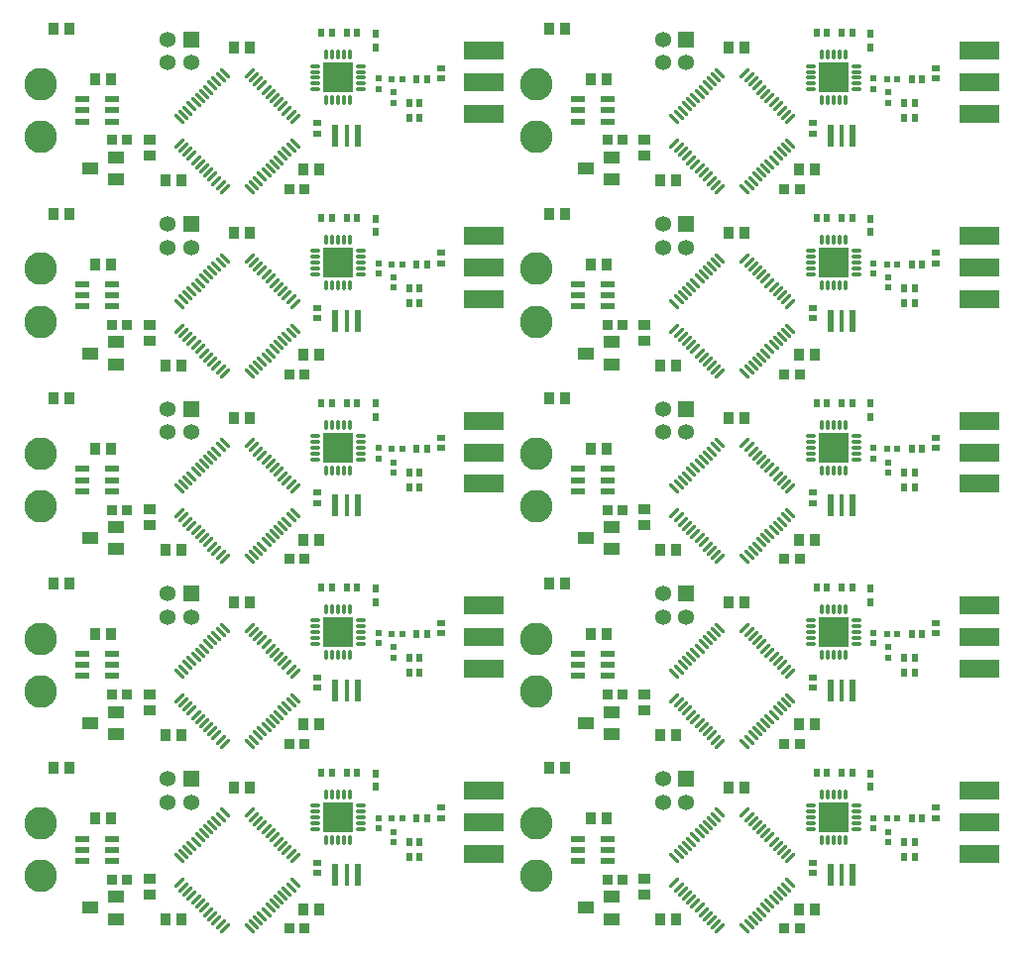
<source format=gts>
G04*
G04 #@! TF.GenerationSoftware,Altium Limited,Altium Designer,22.10.1 (41)*
G04*
G04 Layer_Color=9720587*
%FSTAX24Y24*%
%MOIN*%
G70*
G04*
G04 #@! TF.SameCoordinates,C4D65E7B-EEE1-4A75-A0B3-CD900F305789*
G04*
G04*
G04 #@! TF.FilePolarity,Negative*
G04*
G01*
G75*
%ADD10R,0.0252X0.0236*%
%ADD11R,0.0236X0.0252*%
%ADD12R,0.0197X0.0236*%
%ADD13R,0.0236X0.0197*%
%ADD14R,0.0236X0.0295*%
%ADD15R,0.0354X0.0394*%
%ADD16R,0.1024X0.1024*%
G04:AMPARAMS|DCode=17|XSize=31.9mil|YSize=10.2mil|CornerRadius=1.3mil|HoleSize=0mil|Usage=FLASHONLY|Rotation=0.000|XOffset=0mil|YOffset=0mil|HoleType=Round|Shape=RoundedRectangle|*
%AMROUNDEDRECTD17*
21,1,0.0319,0.0077,0,0,0.0*
21,1,0.0293,0.0102,0,0,0.0*
1,1,0.0026,0.0147,-0.0038*
1,1,0.0026,-0.0147,-0.0038*
1,1,0.0026,-0.0147,0.0038*
1,1,0.0026,0.0147,0.0038*
%
%ADD17ROUNDEDRECTD17*%
G04:AMPARAMS|DCode=18|XSize=31.9mil|YSize=10.2mil|CornerRadius=1.3mil|HoleSize=0mil|Usage=FLASHONLY|Rotation=90.000|XOffset=0mil|YOffset=0mil|HoleType=Round|Shape=RoundedRectangle|*
%AMROUNDEDRECTD18*
21,1,0.0319,0.0077,0,0,90.0*
21,1,0.0293,0.0102,0,0,90.0*
1,1,0.0026,0.0038,0.0147*
1,1,0.0026,0.0038,-0.0147*
1,1,0.0026,-0.0038,-0.0147*
1,1,0.0026,-0.0038,0.0147*
%
%ADD18ROUNDEDRECTD18*%
G04:AMPARAMS|DCode=19|XSize=11.8mil|YSize=47.2mil|CornerRadius=0mil|HoleSize=0mil|Usage=FLASHONLY|Rotation=225.000|XOffset=0mil|YOffset=0mil|HoleType=Round|Shape=Round|*
%AMOVALD19*
21,1,0.0354,0.0118,0.0000,0.0000,315.0*
1,1,0.0118,-0.0125,0.0125*
1,1,0.0118,0.0125,-0.0125*
%
%ADD19OVALD19*%

G04:AMPARAMS|DCode=20|XSize=11.8mil|YSize=47.2mil|CornerRadius=0mil|HoleSize=0mil|Usage=FLASHONLY|Rotation=135.000|XOffset=0mil|YOffset=0mil|HoleType=Round|Shape=Round|*
%AMOVALD20*
21,1,0.0354,0.0118,0.0000,0.0000,225.0*
1,1,0.0118,0.0125,0.0125*
1,1,0.0118,-0.0125,-0.0125*
%
%ADD20OVALD20*%

%ADD21R,0.0394X0.0354*%
%ADD22R,0.0236X0.0748*%
%ADD23R,0.0157X0.0748*%
%ADD24R,0.1378X0.0591*%
%ADD25R,0.0335X0.0374*%
%ADD26R,0.0551X0.0394*%
G04:AMPARAMS|DCode=27|XSize=47.6mil|YSize=23.2mil|CornerRadius=2.9mil|HoleSize=0mil|Usage=FLASHONLY|Rotation=0.000|XOffset=0mil|YOffset=0mil|HoleType=Round|Shape=RoundedRectangle|*
%AMROUNDEDRECTD27*
21,1,0.0476,0.0174,0,0,0.0*
21,1,0.0418,0.0232,0,0,0.0*
1,1,0.0058,0.0209,-0.0087*
1,1,0.0058,-0.0209,-0.0087*
1,1,0.0058,-0.0209,0.0087*
1,1,0.0058,0.0209,0.0087*
%
%ADD27ROUNDEDRECTD27*%
%ADD42C,0.1102*%
%ADD43R,0.0535X0.0535*%
%ADD44C,0.0535*%
D10*
X036723Y020018D02*
D03*
Y020365D02*
D03*
X032573Y018168D02*
D03*
Y018515D02*
D03*
X053376Y020018D02*
D03*
Y020365D02*
D03*
X049226Y018168D02*
D03*
Y018515D02*
D03*
X036723Y026239D02*
D03*
Y026585D02*
D03*
X032573Y024389D02*
D03*
Y024735D02*
D03*
X053376Y026239D02*
D03*
Y026585D02*
D03*
X049226Y024389D02*
D03*
Y024735D02*
D03*
X036723Y032459D02*
D03*
Y032805D02*
D03*
X032573Y030609D02*
D03*
Y030955D02*
D03*
X053376Y032459D02*
D03*
Y032805D02*
D03*
X049226Y030609D02*
D03*
Y030955D02*
D03*
X036723Y03868D02*
D03*
Y039026D02*
D03*
X032573Y03683D02*
D03*
Y037176D02*
D03*
X053376Y03868D02*
D03*
Y039026D02*
D03*
X049226Y03683D02*
D03*
Y037176D02*
D03*
X036723Y0449D02*
D03*
Y045246D02*
D03*
X032573Y04305D02*
D03*
Y043396D02*
D03*
X053376Y0449D02*
D03*
Y045246D02*
D03*
X049226Y04305D02*
D03*
Y043396D02*
D03*
D11*
X036246Y019991D02*
D03*
X0359D02*
D03*
X035996Y019191D02*
D03*
X03565D02*
D03*
X035996Y018691D02*
D03*
X03565D02*
D03*
X033896Y021541D02*
D03*
X03355D02*
D03*
X0327D02*
D03*
X033046D02*
D03*
X0529Y019991D02*
D03*
X052553D02*
D03*
X05265Y019191D02*
D03*
X052303D02*
D03*
X05265Y018691D02*
D03*
X052303D02*
D03*
X05055Y021541D02*
D03*
X050203D02*
D03*
X049353D02*
D03*
X0497D02*
D03*
X036246Y026212D02*
D03*
X0359D02*
D03*
X035996Y025412D02*
D03*
X03565D02*
D03*
X035996Y024912D02*
D03*
X03565D02*
D03*
X033896Y027762D02*
D03*
X03355D02*
D03*
X0327D02*
D03*
X033046D02*
D03*
X0529Y026212D02*
D03*
X052553D02*
D03*
X05265Y025412D02*
D03*
X052303D02*
D03*
X05265Y024912D02*
D03*
X052303D02*
D03*
X05055Y027762D02*
D03*
X050203D02*
D03*
X049353D02*
D03*
X0497D02*
D03*
X036246Y032432D02*
D03*
X0359D02*
D03*
X035996Y031632D02*
D03*
X03565D02*
D03*
X035996Y031132D02*
D03*
X03565D02*
D03*
X033896Y033982D02*
D03*
X03355D02*
D03*
X0327D02*
D03*
X033046D02*
D03*
X0529Y032432D02*
D03*
X052553D02*
D03*
X05265Y031632D02*
D03*
X052303D02*
D03*
X05265Y031132D02*
D03*
X052303D02*
D03*
X05055Y033982D02*
D03*
X050203D02*
D03*
X049353D02*
D03*
X0497D02*
D03*
X036246Y038653D02*
D03*
X0359D02*
D03*
X035996Y037853D02*
D03*
X03565D02*
D03*
X035996Y037353D02*
D03*
X03565D02*
D03*
X033896Y040203D02*
D03*
X03355D02*
D03*
X0327D02*
D03*
X033046D02*
D03*
X0529Y038653D02*
D03*
X052553D02*
D03*
X05265Y037853D02*
D03*
X052303D02*
D03*
X05265Y037353D02*
D03*
X052303D02*
D03*
X05055Y040203D02*
D03*
X050203D02*
D03*
X049353D02*
D03*
X0497D02*
D03*
X036246Y044873D02*
D03*
X0359D02*
D03*
X035996Y044073D02*
D03*
X03565D02*
D03*
X035996Y043573D02*
D03*
X03565D02*
D03*
X033896Y046423D02*
D03*
X03355D02*
D03*
X0327D02*
D03*
X033046D02*
D03*
X0529Y044873D02*
D03*
X052553D02*
D03*
X05265Y044073D02*
D03*
X052303D02*
D03*
X05265Y043573D02*
D03*
X052303D02*
D03*
X05055Y046423D02*
D03*
X050203D02*
D03*
X049353D02*
D03*
X0497D02*
D03*
D12*
X035419Y019991D02*
D03*
X035073D02*
D03*
X052073D02*
D03*
X051726D02*
D03*
X035419Y026212D02*
D03*
X035073D02*
D03*
X052073D02*
D03*
X051726D02*
D03*
X035419Y032432D02*
D03*
X035073D02*
D03*
X052073D02*
D03*
X051726D02*
D03*
X035419Y038653D02*
D03*
X035073D02*
D03*
X052073D02*
D03*
X051726D02*
D03*
X035419Y044873D02*
D03*
X035073D02*
D03*
X052073D02*
D03*
X051726D02*
D03*
D13*
X034623Y020015D02*
D03*
Y019668D02*
D03*
X035123Y019541D02*
D03*
Y019195D02*
D03*
X051276Y020015D02*
D03*
Y019668D02*
D03*
X051776Y019541D02*
D03*
Y019195D02*
D03*
X034623Y026235D02*
D03*
Y025889D02*
D03*
X035123Y025762D02*
D03*
Y025415D02*
D03*
X051276Y026235D02*
D03*
Y025889D02*
D03*
X051776Y025762D02*
D03*
Y025415D02*
D03*
X034623Y032455D02*
D03*
Y032109D02*
D03*
X035123Y031982D02*
D03*
Y031636D02*
D03*
X051276Y032455D02*
D03*
Y032109D02*
D03*
X051776Y031982D02*
D03*
Y031636D02*
D03*
X034623Y038676D02*
D03*
Y03833D02*
D03*
X035123Y038203D02*
D03*
Y037856D02*
D03*
X051276Y038676D02*
D03*
Y03833D02*
D03*
X051776Y038203D02*
D03*
Y037856D02*
D03*
X034623Y044896D02*
D03*
Y04455D02*
D03*
X035123Y044423D02*
D03*
Y044077D02*
D03*
X051276Y044896D02*
D03*
Y04455D02*
D03*
X051776Y044423D02*
D03*
Y044077D02*
D03*
D14*
X034523Y021065D02*
D03*
Y021518D02*
D03*
X051176Y021065D02*
D03*
Y021518D02*
D03*
X034523Y027285D02*
D03*
Y027738D02*
D03*
X051176Y027285D02*
D03*
Y027738D02*
D03*
X034523Y033506D02*
D03*
Y033959D02*
D03*
X051176Y033506D02*
D03*
Y033959D02*
D03*
X034523Y039726D02*
D03*
Y040179D02*
D03*
X051176Y039726D02*
D03*
Y040179D02*
D03*
X034523Y045947D02*
D03*
Y0464D02*
D03*
X051176Y045947D02*
D03*
Y0464D02*
D03*
D15*
X027989Y016591D02*
D03*
X027457D02*
D03*
X030289Y021041D02*
D03*
X029757D02*
D03*
X024239Y021691D02*
D03*
X023707D02*
D03*
X025639Y019991D02*
D03*
X025107D02*
D03*
X032639Y016941D02*
D03*
X032107D02*
D03*
X044642Y016591D02*
D03*
X044111D02*
D03*
X046942Y021041D02*
D03*
X046411D02*
D03*
X040892Y021691D02*
D03*
X040361D02*
D03*
X042292Y019991D02*
D03*
X041761D02*
D03*
X049292Y016941D02*
D03*
X048761D02*
D03*
X027989Y022812D02*
D03*
X027457D02*
D03*
X030289Y027262D02*
D03*
X029757D02*
D03*
X024239Y027912D02*
D03*
X023707D02*
D03*
X025639Y026212D02*
D03*
X025107D02*
D03*
X032639Y023162D02*
D03*
X032107D02*
D03*
X044642Y022812D02*
D03*
X044111D02*
D03*
X046942Y027262D02*
D03*
X046411D02*
D03*
X040892Y027912D02*
D03*
X040361D02*
D03*
X042292Y026212D02*
D03*
X041761D02*
D03*
X049292Y023162D02*
D03*
X048761D02*
D03*
X027989Y029032D02*
D03*
X027457D02*
D03*
X030289Y033482D02*
D03*
X029757D02*
D03*
X024239Y034132D02*
D03*
X023707D02*
D03*
X025639Y032432D02*
D03*
X025107D02*
D03*
X032639Y029382D02*
D03*
X032107D02*
D03*
X044642Y029032D02*
D03*
X044111D02*
D03*
X046942Y033482D02*
D03*
X046411D02*
D03*
X040892Y034132D02*
D03*
X040361D02*
D03*
X042292Y032432D02*
D03*
X041761D02*
D03*
X049292Y029382D02*
D03*
X048761D02*
D03*
X027989Y035253D02*
D03*
X027457D02*
D03*
X030289Y039703D02*
D03*
X029757D02*
D03*
X024239Y040353D02*
D03*
X023707D02*
D03*
X025639Y038653D02*
D03*
X025107D02*
D03*
X032639Y035603D02*
D03*
X032107D02*
D03*
X044642Y035253D02*
D03*
X044111D02*
D03*
X046942Y039703D02*
D03*
X046411D02*
D03*
X040892Y040353D02*
D03*
X040361D02*
D03*
X042292Y038653D02*
D03*
X041761D02*
D03*
X049292Y035603D02*
D03*
X048761D02*
D03*
X027989Y041473D02*
D03*
X027457D02*
D03*
X030289Y045923D02*
D03*
X029757D02*
D03*
X024239Y046573D02*
D03*
X023707D02*
D03*
X025639Y044873D02*
D03*
X025107D02*
D03*
X032639Y041823D02*
D03*
X032107D02*
D03*
X044642Y041473D02*
D03*
X044111D02*
D03*
X046942Y045923D02*
D03*
X046411D02*
D03*
X040892Y046573D02*
D03*
X040361D02*
D03*
X042292Y044873D02*
D03*
X041761D02*
D03*
X049292Y041823D02*
D03*
X048761D02*
D03*
D16*
X033272Y02004D02*
D03*
X049925D02*
D03*
X033272Y026261D02*
D03*
X049925D02*
D03*
X033272Y032481D02*
D03*
X049925D02*
D03*
X033272Y038702D02*
D03*
X049925D02*
D03*
X033272Y044922D02*
D03*
X049925D02*
D03*
D17*
X034039Y020434D02*
D03*
Y020237D02*
D03*
Y02004D02*
D03*
Y019843D02*
D03*
Y019646D02*
D03*
X032504D02*
D03*
Y019843D02*
D03*
Y02004D02*
D03*
Y020237D02*
D03*
Y020434D02*
D03*
X050693D02*
D03*
Y020237D02*
D03*
Y02004D02*
D03*
Y019843D02*
D03*
Y019646D02*
D03*
X049158D02*
D03*
Y019843D02*
D03*
Y02004D02*
D03*
Y020237D02*
D03*
Y020434D02*
D03*
X034039Y026654D02*
D03*
Y026457D02*
D03*
Y026261D02*
D03*
Y026064D02*
D03*
Y025867D02*
D03*
X032504D02*
D03*
Y026064D02*
D03*
Y026261D02*
D03*
Y026457D02*
D03*
Y026654D02*
D03*
X050693D02*
D03*
Y026457D02*
D03*
Y026261D02*
D03*
Y026064D02*
D03*
Y025867D02*
D03*
X049158D02*
D03*
Y026064D02*
D03*
Y026261D02*
D03*
Y026457D02*
D03*
Y026654D02*
D03*
X034039Y032875D02*
D03*
Y032678D02*
D03*
Y032481D02*
D03*
Y032284D02*
D03*
Y032087D02*
D03*
X032504D02*
D03*
Y032284D02*
D03*
Y032481D02*
D03*
Y032678D02*
D03*
Y032875D02*
D03*
X050693D02*
D03*
Y032678D02*
D03*
Y032481D02*
D03*
Y032284D02*
D03*
Y032087D02*
D03*
X049158D02*
D03*
Y032284D02*
D03*
Y032481D02*
D03*
Y032678D02*
D03*
Y032875D02*
D03*
X034039Y039095D02*
D03*
Y038898D02*
D03*
Y038702D02*
D03*
Y038505D02*
D03*
Y038308D02*
D03*
X032504D02*
D03*
Y038505D02*
D03*
Y038702D02*
D03*
Y038898D02*
D03*
Y039095D02*
D03*
X050693D02*
D03*
Y038898D02*
D03*
Y038702D02*
D03*
Y038505D02*
D03*
Y038308D02*
D03*
X049158D02*
D03*
Y038505D02*
D03*
Y038702D02*
D03*
Y038898D02*
D03*
Y039095D02*
D03*
X034039Y045316D02*
D03*
Y045119D02*
D03*
Y044922D02*
D03*
Y044725D02*
D03*
Y044528D02*
D03*
X032504D02*
D03*
Y044725D02*
D03*
Y044922D02*
D03*
Y045119D02*
D03*
Y045316D02*
D03*
X050693D02*
D03*
Y045119D02*
D03*
Y044922D02*
D03*
Y044725D02*
D03*
Y044528D02*
D03*
X049158D02*
D03*
Y044725D02*
D03*
Y044922D02*
D03*
Y045119D02*
D03*
Y045316D02*
D03*
D18*
X032878Y020808D02*
D03*
X033075D02*
D03*
X033272D02*
D03*
X033469D02*
D03*
X033665D02*
D03*
Y019272D02*
D03*
X033469D02*
D03*
X033272D02*
D03*
X033075D02*
D03*
X032878D02*
D03*
X049532Y020808D02*
D03*
X049728D02*
D03*
X049925D02*
D03*
X050122D02*
D03*
X050319D02*
D03*
Y019272D02*
D03*
X050122D02*
D03*
X049925D02*
D03*
X049728D02*
D03*
X049532D02*
D03*
X032878Y027028D02*
D03*
X033075D02*
D03*
X033272D02*
D03*
X033469D02*
D03*
X033665D02*
D03*
Y025493D02*
D03*
X033469D02*
D03*
X033272D02*
D03*
X033075D02*
D03*
X032878D02*
D03*
X049532Y027028D02*
D03*
X049728D02*
D03*
X049925D02*
D03*
X050122D02*
D03*
X050319D02*
D03*
Y025493D02*
D03*
X050122D02*
D03*
X049925D02*
D03*
X049728D02*
D03*
X049532D02*
D03*
X032878Y033249D02*
D03*
X033075D02*
D03*
X033272D02*
D03*
X033469D02*
D03*
X033665D02*
D03*
Y031713D02*
D03*
X033469D02*
D03*
X033272D02*
D03*
X033075D02*
D03*
X032878D02*
D03*
X049532Y033249D02*
D03*
X049728D02*
D03*
X049925D02*
D03*
X050122D02*
D03*
X050319D02*
D03*
Y031713D02*
D03*
X050122D02*
D03*
X049925D02*
D03*
X049728D02*
D03*
X049532D02*
D03*
X032878Y039469D02*
D03*
X033075D02*
D03*
X033272D02*
D03*
X033469D02*
D03*
X033665D02*
D03*
Y037934D02*
D03*
X033469D02*
D03*
X033272D02*
D03*
X033075D02*
D03*
X032878D02*
D03*
X049532Y039469D02*
D03*
X049728D02*
D03*
X049925D02*
D03*
X050122D02*
D03*
X050319D02*
D03*
Y037934D02*
D03*
X050122D02*
D03*
X049925D02*
D03*
X049728D02*
D03*
X049532D02*
D03*
X032878Y04569D02*
D03*
X033075D02*
D03*
X033272D02*
D03*
X033469D02*
D03*
X033665D02*
D03*
Y044154D02*
D03*
X033469D02*
D03*
X033272D02*
D03*
X033075D02*
D03*
X032878D02*
D03*
X049532Y04569D02*
D03*
X049728D02*
D03*
X049925D02*
D03*
X050122D02*
D03*
X050319D02*
D03*
Y044154D02*
D03*
X050122D02*
D03*
X049925D02*
D03*
X049728D02*
D03*
X049532D02*
D03*
D19*
X03029Y016293D02*
D03*
X03043Y016432D02*
D03*
X030569Y016571D02*
D03*
X030708Y01671D02*
D03*
X030847Y016849D02*
D03*
X030986Y016989D02*
D03*
X031126Y017128D02*
D03*
X031265Y017267D02*
D03*
X031404Y017406D02*
D03*
X031543Y017545D02*
D03*
X031682Y017685D02*
D03*
X031822Y017824D02*
D03*
X029455Y02019D02*
D03*
X029316Y020051D02*
D03*
X029177Y019912D02*
D03*
X029038Y019772D02*
D03*
X028899Y019633D02*
D03*
X028759Y019494D02*
D03*
X02862Y019355D02*
D03*
X028481Y019216D02*
D03*
X028342Y019076D02*
D03*
X028203Y018937D02*
D03*
X028063Y018798D02*
D03*
X027924Y018659D02*
D03*
X046944Y016293D02*
D03*
X047083Y016432D02*
D03*
X047222Y016571D02*
D03*
X047362Y01671D02*
D03*
X047501Y016849D02*
D03*
X04764Y016989D02*
D03*
X047779Y017128D02*
D03*
X047918Y017267D02*
D03*
X048058Y017406D02*
D03*
X048197Y017545D02*
D03*
X048336Y017685D02*
D03*
X048475Y017824D02*
D03*
X046109Y02019D02*
D03*
X04597Y020051D02*
D03*
X04583Y019912D02*
D03*
X045691Y019772D02*
D03*
X045552Y019633D02*
D03*
X045413Y019494D02*
D03*
X045274Y019355D02*
D03*
X045135Y019216D02*
D03*
X044995Y019076D02*
D03*
X044856Y018937D02*
D03*
X044717Y018798D02*
D03*
X044578Y018659D02*
D03*
X03029Y022513D02*
D03*
X03043Y022652D02*
D03*
X030569Y022791D02*
D03*
X030708Y022931D02*
D03*
X030847Y02307D02*
D03*
X030986Y023209D02*
D03*
X031126Y023348D02*
D03*
X031265Y023487D02*
D03*
X031404Y023627D02*
D03*
X031543Y023766D02*
D03*
X031682Y023905D02*
D03*
X031822Y024044D02*
D03*
X029455Y026411D02*
D03*
X029316Y026271D02*
D03*
X029177Y026132D02*
D03*
X029038Y025993D02*
D03*
X028899Y025854D02*
D03*
X028759Y025715D02*
D03*
X02862Y025575D02*
D03*
X028481Y025436D02*
D03*
X028342Y025297D02*
D03*
X028203Y025158D02*
D03*
X028063Y025019D02*
D03*
X027924Y024879D02*
D03*
X046944Y022513D02*
D03*
X047083Y022652D02*
D03*
X047222Y022791D02*
D03*
X047362Y022931D02*
D03*
X047501Y02307D02*
D03*
X04764Y023209D02*
D03*
X047779Y023348D02*
D03*
X047918Y023487D02*
D03*
X048058Y023627D02*
D03*
X048197Y023766D02*
D03*
X048336Y023905D02*
D03*
X048475Y024044D02*
D03*
X046109Y026411D02*
D03*
X04597Y026271D02*
D03*
X04583Y026132D02*
D03*
X045691Y025993D02*
D03*
X045552Y025854D02*
D03*
X045413Y025715D02*
D03*
X045274Y025575D02*
D03*
X045135Y025436D02*
D03*
X044995Y025297D02*
D03*
X044856Y025158D02*
D03*
X044717Y025019D02*
D03*
X044578Y024879D02*
D03*
X03029Y028734D02*
D03*
X03043Y028873D02*
D03*
X030569Y029012D02*
D03*
X030708Y029151D02*
D03*
X030847Y02929D02*
D03*
X030986Y02943D02*
D03*
X031126Y029569D02*
D03*
X031265Y029708D02*
D03*
X031404Y029847D02*
D03*
X031543Y029986D02*
D03*
X031682Y030125D02*
D03*
X031822Y030265D02*
D03*
X029455Y032631D02*
D03*
X029316Y032492D02*
D03*
X029177Y032353D02*
D03*
X029038Y032213D02*
D03*
X028899Y032074D02*
D03*
X028759Y031935D02*
D03*
X02862Y031796D02*
D03*
X028481Y031657D02*
D03*
X028342Y031517D02*
D03*
X028203Y031378D02*
D03*
X028063Y031239D02*
D03*
X027924Y0311D02*
D03*
X046944Y028734D02*
D03*
X047083Y028873D02*
D03*
X047222Y029012D02*
D03*
X047362Y029151D02*
D03*
X047501Y02929D02*
D03*
X04764Y02943D02*
D03*
X047779Y029569D02*
D03*
X047918Y029708D02*
D03*
X048058Y029847D02*
D03*
X048197Y029986D02*
D03*
X048336Y030125D02*
D03*
X048475Y030265D02*
D03*
X046109Y032631D02*
D03*
X04597Y032492D02*
D03*
X04583Y032353D02*
D03*
X045691Y032213D02*
D03*
X045552Y032074D02*
D03*
X045413Y031935D02*
D03*
X045274Y031796D02*
D03*
X045135Y031657D02*
D03*
X044995Y031517D02*
D03*
X044856Y031378D02*
D03*
X044717Y031239D02*
D03*
X044578Y0311D02*
D03*
X03029Y034954D02*
D03*
X03043Y035093D02*
D03*
X030569Y035232D02*
D03*
X030708Y035372D02*
D03*
X030847Y035511D02*
D03*
X030986Y03565D02*
D03*
X031126Y035789D02*
D03*
X031265Y035928D02*
D03*
X031404Y036068D02*
D03*
X031543Y036207D02*
D03*
X031682Y036346D02*
D03*
X031822Y036485D02*
D03*
X029455Y038851D02*
D03*
X029316Y038712D02*
D03*
X029177Y038573D02*
D03*
X029038Y038434D02*
D03*
X028899Y038295D02*
D03*
X028759Y038155D02*
D03*
X02862Y038016D02*
D03*
X028481Y037877D02*
D03*
X028342Y037738D02*
D03*
X028203Y037599D02*
D03*
X028063Y03746D02*
D03*
X027924Y03732D02*
D03*
X046944Y034954D02*
D03*
X047083Y035093D02*
D03*
X047222Y035232D02*
D03*
X047362Y035372D02*
D03*
X047501Y035511D02*
D03*
X04764Y03565D02*
D03*
X047779Y035789D02*
D03*
X047918Y035928D02*
D03*
X048058Y036068D02*
D03*
X048197Y036207D02*
D03*
X048336Y036346D02*
D03*
X048475Y036485D02*
D03*
X046109Y038851D02*
D03*
X04597Y038712D02*
D03*
X04583Y038573D02*
D03*
X045691Y038434D02*
D03*
X045552Y038295D02*
D03*
X045413Y038155D02*
D03*
X045274Y038016D02*
D03*
X045135Y037877D02*
D03*
X044995Y037738D02*
D03*
X044856Y037599D02*
D03*
X044717Y03746D02*
D03*
X044578Y03732D02*
D03*
X03029Y041174D02*
D03*
X03043Y041314D02*
D03*
X030569Y041453D02*
D03*
X030708Y041592D02*
D03*
X030847Y041731D02*
D03*
X030986Y04187D02*
D03*
X031126Y04201D02*
D03*
X031265Y042149D02*
D03*
X031404Y042288D02*
D03*
X031543Y042427D02*
D03*
X031682Y042566D02*
D03*
X031822Y042706D02*
D03*
X029455Y045072D02*
D03*
X029316Y044933D02*
D03*
X029177Y044794D02*
D03*
X029038Y044654D02*
D03*
X028899Y044515D02*
D03*
X028759Y044376D02*
D03*
X02862Y044237D02*
D03*
X028481Y044098D02*
D03*
X028342Y043958D02*
D03*
X028203Y043819D02*
D03*
X028063Y04368D02*
D03*
X027924Y043541D02*
D03*
X046944Y041174D02*
D03*
X047083Y041314D02*
D03*
X047222Y041453D02*
D03*
X047362Y041592D02*
D03*
X047501Y041731D02*
D03*
X04764Y04187D02*
D03*
X047779Y04201D02*
D03*
X047918Y042149D02*
D03*
X048058Y042288D02*
D03*
X048197Y042427D02*
D03*
X048336Y042566D02*
D03*
X048475Y042706D02*
D03*
X046109Y045072D02*
D03*
X04597Y044933D02*
D03*
X04583Y044794D02*
D03*
X045691Y044654D02*
D03*
X045552Y044515D02*
D03*
X045413Y044376D02*
D03*
X045274Y044237D02*
D03*
X045135Y044098D02*
D03*
X044995Y043958D02*
D03*
X044856Y043819D02*
D03*
X044717Y04368D02*
D03*
X044578Y043541D02*
D03*
D20*
X031822Y018659D02*
D03*
X031682Y018798D02*
D03*
X031543Y018937D02*
D03*
X031404Y019076D02*
D03*
X031265Y019216D02*
D03*
X031126Y019355D02*
D03*
X030986Y019494D02*
D03*
X030847Y019633D02*
D03*
X030708Y019772D02*
D03*
X030569Y019912D02*
D03*
X03043Y020051D02*
D03*
X03029Y02019D02*
D03*
X027924Y017824D02*
D03*
X028063Y017685D02*
D03*
X028203Y017545D02*
D03*
X028342Y017406D02*
D03*
X028481Y017267D02*
D03*
X02862Y017128D02*
D03*
X028759Y016989D02*
D03*
X028899Y016849D02*
D03*
X029038Y01671D02*
D03*
X029177Y016571D02*
D03*
X029316Y016432D02*
D03*
X029455Y016293D02*
D03*
X048475Y018659D02*
D03*
X048336Y018798D02*
D03*
X048197Y018937D02*
D03*
X048058Y019076D02*
D03*
X047918Y019216D02*
D03*
X047779Y019355D02*
D03*
X04764Y019494D02*
D03*
X047501Y019633D02*
D03*
X047362Y019772D02*
D03*
X047222Y019912D02*
D03*
X047083Y020051D02*
D03*
X046944Y02019D02*
D03*
X044578Y017824D02*
D03*
X044717Y017685D02*
D03*
X044856Y017545D02*
D03*
X044995Y017406D02*
D03*
X045135Y017267D02*
D03*
X045274Y017128D02*
D03*
X045413Y016989D02*
D03*
X045552Y016849D02*
D03*
X045691Y01671D02*
D03*
X04583Y016571D02*
D03*
X04597Y016432D02*
D03*
X046109Y016293D02*
D03*
X031822Y024879D02*
D03*
X031682Y025019D02*
D03*
X031543Y025158D02*
D03*
X031404Y025297D02*
D03*
X031265Y025436D02*
D03*
X031126Y025575D02*
D03*
X030986Y025715D02*
D03*
X030847Y025854D02*
D03*
X030708Y025993D02*
D03*
X030569Y026132D02*
D03*
X03043Y026271D02*
D03*
X03029Y026411D02*
D03*
X027924Y024044D02*
D03*
X028063Y023905D02*
D03*
X028203Y023766D02*
D03*
X028342Y023627D02*
D03*
X028481Y023487D02*
D03*
X02862Y023348D02*
D03*
X028759Y023209D02*
D03*
X028899Y02307D02*
D03*
X029038Y022931D02*
D03*
X029177Y022791D02*
D03*
X029316Y022652D02*
D03*
X029455Y022513D02*
D03*
X048475Y024879D02*
D03*
X048336Y025019D02*
D03*
X048197Y025158D02*
D03*
X048058Y025297D02*
D03*
X047918Y025436D02*
D03*
X047779Y025575D02*
D03*
X04764Y025715D02*
D03*
X047501Y025854D02*
D03*
X047362Y025993D02*
D03*
X047222Y026132D02*
D03*
X047083Y026271D02*
D03*
X046944Y026411D02*
D03*
X044578Y024044D02*
D03*
X044717Y023905D02*
D03*
X044856Y023766D02*
D03*
X044995Y023627D02*
D03*
X045135Y023487D02*
D03*
X045274Y023348D02*
D03*
X045413Y023209D02*
D03*
X045552Y02307D02*
D03*
X045691Y022931D02*
D03*
X04583Y022791D02*
D03*
X04597Y022652D02*
D03*
X046109Y022513D02*
D03*
X031822Y0311D02*
D03*
X031682Y031239D02*
D03*
X031543Y031378D02*
D03*
X031404Y031517D02*
D03*
X031265Y031657D02*
D03*
X031126Y031796D02*
D03*
X030986Y031935D02*
D03*
X030847Y032074D02*
D03*
X030708Y032213D02*
D03*
X030569Y032353D02*
D03*
X03043Y032492D02*
D03*
X03029Y032631D02*
D03*
X027924Y030265D02*
D03*
X028063Y030125D02*
D03*
X028203Y029986D02*
D03*
X028342Y029847D02*
D03*
X028481Y029708D02*
D03*
X02862Y029569D02*
D03*
X028759Y02943D02*
D03*
X028899Y02929D02*
D03*
X029038Y029151D02*
D03*
X029177Y029012D02*
D03*
X029316Y028873D02*
D03*
X029455Y028734D02*
D03*
X048475Y0311D02*
D03*
X048336Y031239D02*
D03*
X048197Y031378D02*
D03*
X048058Y031517D02*
D03*
X047918Y031657D02*
D03*
X047779Y031796D02*
D03*
X04764Y031935D02*
D03*
X047501Y032074D02*
D03*
X047362Y032213D02*
D03*
X047222Y032353D02*
D03*
X047083Y032492D02*
D03*
X046944Y032631D02*
D03*
X044578Y030265D02*
D03*
X044717Y030125D02*
D03*
X044856Y029986D02*
D03*
X044995Y029847D02*
D03*
X045135Y029708D02*
D03*
X045274Y029569D02*
D03*
X045413Y02943D02*
D03*
X045552Y02929D02*
D03*
X045691Y029151D02*
D03*
X04583Y029012D02*
D03*
X04597Y028873D02*
D03*
X046109Y028734D02*
D03*
X031822Y03732D02*
D03*
X031682Y03746D02*
D03*
X031543Y037599D02*
D03*
X031404Y037738D02*
D03*
X031265Y037877D02*
D03*
X031126Y038016D02*
D03*
X030986Y038155D02*
D03*
X030847Y038295D02*
D03*
X030708Y038434D02*
D03*
X030569Y038573D02*
D03*
X03043Y038712D02*
D03*
X03029Y038851D02*
D03*
X027924Y036485D02*
D03*
X028063Y036346D02*
D03*
X028203Y036207D02*
D03*
X028342Y036068D02*
D03*
X028481Y035928D02*
D03*
X02862Y035789D02*
D03*
X028759Y03565D02*
D03*
X028899Y035511D02*
D03*
X029038Y035372D02*
D03*
X029177Y035232D02*
D03*
X029316Y035093D02*
D03*
X029455Y034954D02*
D03*
X048475Y03732D02*
D03*
X048336Y03746D02*
D03*
X048197Y037599D02*
D03*
X048058Y037738D02*
D03*
X047918Y037877D02*
D03*
X047779Y038016D02*
D03*
X04764Y038155D02*
D03*
X047501Y038295D02*
D03*
X047362Y038434D02*
D03*
X047222Y038573D02*
D03*
X047083Y038712D02*
D03*
X046944Y038851D02*
D03*
X044578Y036485D02*
D03*
X044717Y036346D02*
D03*
X044856Y036207D02*
D03*
X044995Y036068D02*
D03*
X045135Y035928D02*
D03*
X045274Y035789D02*
D03*
X045413Y03565D02*
D03*
X045552Y035511D02*
D03*
X045691Y035372D02*
D03*
X04583Y035232D02*
D03*
X04597Y035093D02*
D03*
X046109Y034954D02*
D03*
X031822Y043541D02*
D03*
X031682Y04368D02*
D03*
X031543Y043819D02*
D03*
X031404Y043958D02*
D03*
X031265Y044098D02*
D03*
X031126Y044237D02*
D03*
X030986Y044376D02*
D03*
X030847Y044515D02*
D03*
X030708Y044654D02*
D03*
X030569Y044794D02*
D03*
X03043Y044933D02*
D03*
X03029Y045072D02*
D03*
X027924Y042706D02*
D03*
X028063Y042566D02*
D03*
X028203Y042427D02*
D03*
X028342Y042288D02*
D03*
X028481Y042149D02*
D03*
X02862Y04201D02*
D03*
X028759Y04187D02*
D03*
X028899Y041731D02*
D03*
X029038Y041592D02*
D03*
X029177Y041453D02*
D03*
X029316Y041314D02*
D03*
X029455Y041174D02*
D03*
X048475Y043541D02*
D03*
X048336Y04368D02*
D03*
X048197Y043819D02*
D03*
X048058Y043958D02*
D03*
X047918Y044098D02*
D03*
X047779Y044237D02*
D03*
X04764Y044376D02*
D03*
X047501Y044515D02*
D03*
X047362Y044654D02*
D03*
X047222Y044794D02*
D03*
X047083Y044933D02*
D03*
X046944Y045072D02*
D03*
X044578Y042706D02*
D03*
X044717Y042566D02*
D03*
X044856Y042427D02*
D03*
X044995Y042288D02*
D03*
X045135Y042149D02*
D03*
X045274Y04201D02*
D03*
X045413Y04187D02*
D03*
X045552Y041731D02*
D03*
X045691Y041592D02*
D03*
X04583Y041453D02*
D03*
X04597Y041314D02*
D03*
X046109Y041174D02*
D03*
D21*
X026923Y017426D02*
D03*
Y017957D02*
D03*
X043576Y017426D02*
D03*
Y017957D02*
D03*
X026923Y023646D02*
D03*
Y024178D02*
D03*
X043576Y023646D02*
D03*
Y024178D02*
D03*
X026923Y029867D02*
D03*
Y030398D02*
D03*
X043576Y029867D02*
D03*
Y030398D02*
D03*
X026923Y036087D02*
D03*
Y036618D02*
D03*
X043576Y036087D02*
D03*
Y036618D02*
D03*
X026923Y042307D02*
D03*
Y042839D02*
D03*
X043576Y042307D02*
D03*
Y042839D02*
D03*
D22*
X033175Y018091D02*
D03*
X033923D02*
D03*
X049828D02*
D03*
X050576D02*
D03*
X033175Y024312D02*
D03*
X033923D02*
D03*
X049828D02*
D03*
X050576D02*
D03*
X033175Y030532D02*
D03*
X033923D02*
D03*
X049828D02*
D03*
X050576D02*
D03*
X033175Y036753D02*
D03*
X033923D02*
D03*
X049828D02*
D03*
X050576D02*
D03*
X033175Y042973D02*
D03*
X033923D02*
D03*
X049828D02*
D03*
X050576D02*
D03*
D23*
X033549Y018091D02*
D03*
X050202D02*
D03*
X033549Y024312D02*
D03*
X050202D02*
D03*
X033549Y030532D02*
D03*
X050202D02*
D03*
X033549Y036753D02*
D03*
X050202D02*
D03*
X033549Y042973D02*
D03*
X050202D02*
D03*
D24*
X038173Y018815D02*
D03*
Y020941D02*
D03*
Y019878D02*
D03*
Y018815D02*
D03*
Y020941D02*
D03*
X054826Y018815D02*
D03*
Y020941D02*
D03*
Y019878D02*
D03*
Y018815D02*
D03*
Y020941D02*
D03*
X038173Y025036D02*
D03*
Y027162D02*
D03*
Y026099D02*
D03*
Y025036D02*
D03*
Y027162D02*
D03*
X054826Y025036D02*
D03*
Y027162D02*
D03*
Y026099D02*
D03*
Y025036D02*
D03*
Y027162D02*
D03*
X038173Y031256D02*
D03*
Y033382D02*
D03*
Y032319D02*
D03*
Y031256D02*
D03*
Y033382D02*
D03*
X054826Y031256D02*
D03*
Y033382D02*
D03*
Y032319D02*
D03*
Y031256D02*
D03*
Y033382D02*
D03*
X038173Y037477D02*
D03*
Y039603D02*
D03*
Y03854D02*
D03*
Y037477D02*
D03*
Y039603D02*
D03*
X054826Y037477D02*
D03*
Y039603D02*
D03*
Y03854D02*
D03*
Y037477D02*
D03*
Y039603D02*
D03*
X038173Y043697D02*
D03*
Y045823D02*
D03*
Y04476D02*
D03*
Y043697D02*
D03*
Y045823D02*
D03*
X054826Y043697D02*
D03*
Y045823D02*
D03*
Y04476D02*
D03*
Y043697D02*
D03*
Y045823D02*
D03*
D25*
X025661Y017941D02*
D03*
X026173D02*
D03*
X032129Y016291D02*
D03*
X031617D02*
D03*
X042315Y017941D02*
D03*
X042826D02*
D03*
X048782Y016291D02*
D03*
X048271D02*
D03*
X025661Y024162D02*
D03*
X026173D02*
D03*
X032129Y022512D02*
D03*
X031617D02*
D03*
X042315Y024162D02*
D03*
X042826D02*
D03*
X048782Y022512D02*
D03*
X048271D02*
D03*
X025661Y030382D02*
D03*
X026173D02*
D03*
X032129Y028732D02*
D03*
X031617D02*
D03*
X042315Y030382D02*
D03*
X042826D02*
D03*
X048782Y028732D02*
D03*
X048271D02*
D03*
X025661Y036603D02*
D03*
X026173D02*
D03*
X032129Y034953D02*
D03*
X031617D02*
D03*
X042315Y036603D02*
D03*
X042826D02*
D03*
X048782Y034953D02*
D03*
X048271D02*
D03*
X025661Y042823D02*
D03*
X026173D02*
D03*
X032129Y041173D02*
D03*
X031617D02*
D03*
X042315Y042823D02*
D03*
X042826D02*
D03*
X048782Y041173D02*
D03*
X048271D02*
D03*
D26*
X02494Y016991D02*
D03*
X025806Y017365D02*
D03*
Y016617D02*
D03*
X041593Y016991D02*
D03*
X04246Y017365D02*
D03*
Y016617D02*
D03*
X02494Y023212D02*
D03*
X025806Y023586D02*
D03*
Y022838D02*
D03*
X041593Y023212D02*
D03*
X04246Y023586D02*
D03*
Y022838D02*
D03*
X02494Y029432D02*
D03*
X025806Y029806D02*
D03*
Y029058D02*
D03*
X041593Y029432D02*
D03*
X04246Y029806D02*
D03*
Y029058D02*
D03*
X02494Y035653D02*
D03*
X025806Y036027D02*
D03*
Y035279D02*
D03*
X041593Y035653D02*
D03*
X04246Y036027D02*
D03*
Y035279D02*
D03*
X02494Y041873D02*
D03*
X025806Y042247D02*
D03*
Y041499D02*
D03*
X041593Y041873D02*
D03*
X04246Y042247D02*
D03*
Y041499D02*
D03*
D27*
X025667Y019315D02*
D03*
Y018941D02*
D03*
Y018567D02*
D03*
X024679D02*
D03*
Y018941D02*
D03*
Y019315D02*
D03*
X042321D02*
D03*
Y018941D02*
D03*
Y018567D02*
D03*
X041332D02*
D03*
Y018941D02*
D03*
Y019315D02*
D03*
X025667Y025536D02*
D03*
Y025162D02*
D03*
Y024788D02*
D03*
X024679D02*
D03*
Y025162D02*
D03*
Y025536D02*
D03*
X042321D02*
D03*
Y025162D02*
D03*
Y024788D02*
D03*
X041332D02*
D03*
Y025162D02*
D03*
Y025536D02*
D03*
X025667Y031756D02*
D03*
Y031382D02*
D03*
Y031008D02*
D03*
X024679D02*
D03*
Y031382D02*
D03*
Y031756D02*
D03*
X042321D02*
D03*
Y031382D02*
D03*
Y031008D02*
D03*
X041332D02*
D03*
Y031382D02*
D03*
Y031756D02*
D03*
X025667Y037977D02*
D03*
Y037603D02*
D03*
Y037229D02*
D03*
X024679D02*
D03*
Y037603D02*
D03*
Y037977D02*
D03*
X042321D02*
D03*
Y037603D02*
D03*
Y037229D02*
D03*
X041332D02*
D03*
Y037603D02*
D03*
Y037977D02*
D03*
X025667Y044197D02*
D03*
Y043823D02*
D03*
Y043449D02*
D03*
X024679D02*
D03*
Y043823D02*
D03*
Y044197D02*
D03*
X042321D02*
D03*
Y043823D02*
D03*
Y043449D02*
D03*
X041332D02*
D03*
Y043823D02*
D03*
Y044197D02*
D03*
D42*
X023267Y019827D02*
D03*
X023267Y018055D02*
D03*
X03992Y019827D02*
D03*
X03992Y018055D02*
D03*
X023267Y026048D02*
D03*
X023267Y024276D02*
D03*
X03992Y026048D02*
D03*
X03992Y024276D02*
D03*
X023267Y032268D02*
D03*
X023267Y030496D02*
D03*
X03992Y032268D02*
D03*
X03992Y030496D02*
D03*
X023267Y038489D02*
D03*
X023267Y036717D02*
D03*
X03992Y038489D02*
D03*
X03992Y036717D02*
D03*
X023267Y044709D02*
D03*
X023267Y042937D02*
D03*
X03992Y044709D02*
D03*
X03992Y042937D02*
D03*
D43*
X028317Y021335D02*
D03*
X04497D02*
D03*
X028317Y027555D02*
D03*
X04497D02*
D03*
X028317Y033776D02*
D03*
X04497D02*
D03*
X028317Y039996D02*
D03*
X04497D02*
D03*
X028317Y046217D02*
D03*
X04497D02*
D03*
D44*
X028317Y020548D02*
D03*
X027529Y021335D02*
D03*
Y020548D02*
D03*
X04497D02*
D03*
X044183Y021335D02*
D03*
Y020548D02*
D03*
X028317Y026768D02*
D03*
X027529Y027555D02*
D03*
Y026768D02*
D03*
X04497D02*
D03*
X044183Y027555D02*
D03*
Y026768D02*
D03*
X028317Y032989D02*
D03*
X027529Y033776D02*
D03*
Y032989D02*
D03*
X04497D02*
D03*
X044183Y033776D02*
D03*
Y032989D02*
D03*
X028317Y039209D02*
D03*
X027529Y039996D02*
D03*
Y039209D02*
D03*
X04497D02*
D03*
X044183Y039996D02*
D03*
Y039209D02*
D03*
X028317Y04543D02*
D03*
X027529Y046217D02*
D03*
Y04543D02*
D03*
X04497D02*
D03*
X044183Y046217D02*
D03*
Y04543D02*
D03*
M02*

</source>
